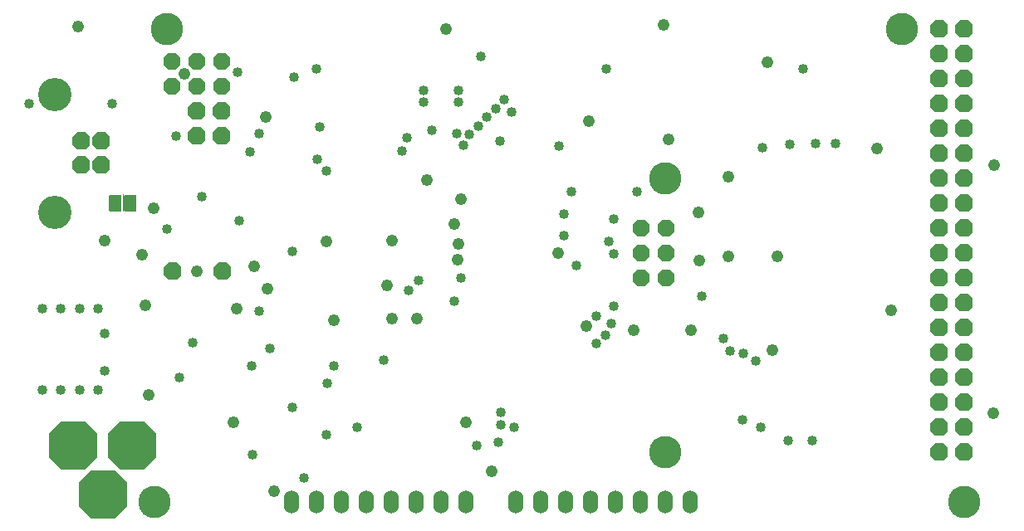
<source format=gbs>
G04*
G04 #@! TF.GenerationSoftware,Altium Limited,Altium Designer,24.1.2 (44)*
G04*
G04 Layer_Color=16711935*
%FSLAX25Y25*%
%MOIN*%
G70*
G04*
G04 #@! TF.SameCoordinates,648C5357-8596-4598-863F-5FE4D4354F98*
G04*
G04*
G04 #@! TF.FilePolarity,Negative*
G04*
G01*
G75*
G04:AMPARAMS|DCode=68|XSize=50mil|YSize=67mil|CornerRadius=3.84mil|HoleSize=0mil|Usage=FLASHONLY|Rotation=0.000|XOffset=0mil|YOffset=0mil|HoleType=Round|Shape=RoundedRectangle|*
%AMROUNDEDRECTD68*
21,1,0.05000,0.05932,0,0,0.0*
21,1,0.04232,0.06700,0,0,0.0*
1,1,0.00768,0.02116,-0.02966*
1,1,0.00768,-0.02116,-0.02966*
1,1,0.00768,-0.02116,0.02966*
1,1,0.00768,0.02116,0.02966*
%
%ADD68ROUNDEDRECTD68*%
G04:AMPARAMS|DCode=76|XSize=194mil|YSize=194mil|CornerRadius=0mil|HoleSize=0mil|Usage=FLASHONLY|Rotation=90.000|XOffset=0mil|YOffset=0mil|HoleType=Round|Shape=Octagon|*
%AMOCTAGOND76*
4,1,8,0.04850,0.09700,-0.04850,0.09700,-0.09700,0.04850,-0.09700,-0.04850,-0.04850,-0.09700,0.04850,-0.09700,0.09700,-0.04850,0.09700,0.04850,0.04850,0.09700,0.0*
%
%ADD76OCTAGOND76*%

%ADD77C,0.08668*%
%ADD78O,0.06000X0.09360*%
%ADD79C,0.12998*%
G04:AMPARAMS|DCode=80|XSize=70mil|YSize=70mil|CornerRadius=0mil|HoleSize=0mil|Usage=FLASHONLY|Rotation=270.000|XOffset=0mil|YOffset=0mil|HoleType=Round|Shape=Octagon|*
%AMOCTAGOND80*
4,1,8,-0.01750,-0.03500,0.01750,-0.03500,0.03500,-0.01750,0.03500,0.01750,0.01750,0.03500,-0.01750,0.03500,-0.03500,0.01750,-0.03500,-0.01750,-0.01750,-0.03500,0.0*
%
%ADD80OCTAGOND80*%

G04:AMPARAMS|DCode=81|XSize=65.02mil|YSize=65.02mil|CornerRadius=0mil|HoleSize=0mil|Usage=FLASHONLY|Rotation=180.000|XOffset=0mil|YOffset=0mil|HoleType=Round|Shape=Octagon|*
%AMOCTAGOND81*
4,1,8,-0.03251,0.01626,-0.03251,-0.01626,-0.01626,-0.03251,0.01626,-0.03251,0.03251,-0.01626,0.03251,0.01626,0.01626,0.03251,-0.01626,0.03251,-0.03251,0.01626,0.0*
%
%ADD81OCTAGOND81*%

%ADD82C,0.13391*%
G04:AMPARAMS|DCode=83|XSize=65.02mil|YSize=65.02mil|CornerRadius=0mil|HoleSize=0mil|Usage=FLASHONLY|Rotation=270.000|XOffset=0mil|YOffset=0mil|HoleType=Round|Shape=Octagon|*
%AMOCTAGOND83*
4,1,8,-0.01626,-0.03251,0.01626,-0.03251,0.03251,-0.01626,0.03251,0.01626,0.01626,0.03251,-0.01626,0.03251,-0.03251,0.01626,-0.03251,-0.01626,-0.01626,-0.03251,0.0*
%
%ADD83OCTAGOND83*%

%ADD84C,0.04000*%
%ADD85C,0.04800*%
G36*
X42301Y133650D02*
Y126450D01*
X42901D01*
Y133650D01*
X42301D01*
D02*
G37*
D68*
X45601Y130050D02*
D03*
X39601D02*
D03*
D76*
X34301Y13050D02*
D03*
X46101Y32750D02*
D03*
X22501D02*
D03*
D77*
X37301Y13050D02*
D03*
X31301D02*
D03*
X22501Y29750D02*
D03*
Y35750D02*
D03*
X46101Y29750D02*
D03*
Y35750D02*
D03*
D78*
X200101Y10050D02*
D03*
X210101D02*
D03*
X220101D02*
D03*
X230101D02*
D03*
X240101D02*
D03*
X250101D02*
D03*
X260101D02*
D03*
X270101D02*
D03*
X180101D02*
D03*
X170101D02*
D03*
X160101D02*
D03*
X150101D02*
D03*
X140101D02*
D03*
X130101D02*
D03*
X120101D02*
D03*
X110101D02*
D03*
D79*
X260101Y30050D02*
D03*
Y140050D02*
D03*
X55101Y10050D02*
D03*
X355101Y200050D02*
D03*
X60101D02*
D03*
X380101Y10050D02*
D03*
D80*
Y30050D02*
D03*
X370101D02*
D03*
X380101Y40050D02*
D03*
X370101D02*
D03*
X380101Y50050D02*
D03*
X370101D02*
D03*
X380101Y60050D02*
D03*
X370101D02*
D03*
X380101Y70050D02*
D03*
X370101D02*
D03*
X380101Y80050D02*
D03*
X370101D02*
D03*
X380101Y90050D02*
D03*
X370101D02*
D03*
X380101Y100050D02*
D03*
X370101D02*
D03*
X380101Y110050D02*
D03*
X370101D02*
D03*
X380101Y120050D02*
D03*
X370101D02*
D03*
X380101Y130050D02*
D03*
X370101D02*
D03*
X380101Y140050D02*
D03*
X370101D02*
D03*
X380101Y150050D02*
D03*
X370101D02*
D03*
X380101Y160050D02*
D03*
X370101D02*
D03*
X380101Y170050D02*
D03*
X370101D02*
D03*
X380101Y180050D02*
D03*
X370101D02*
D03*
X380101Y190050D02*
D03*
X370101D02*
D03*
X380101Y200050D02*
D03*
X370101D02*
D03*
X72101Y167050D02*
D03*
X82101D02*
D03*
X72101Y157050D02*
D03*
X82101D02*
D03*
X62601Y102550D02*
D03*
X82601D02*
D03*
X25770Y145129D02*
D03*
Y154971D02*
D03*
X33644D02*
D03*
Y145129D02*
D03*
D81*
X62101Y177050D02*
D03*
Y187050D02*
D03*
X72101Y177050D02*
D03*
Y187050D02*
D03*
X82101Y177050D02*
D03*
Y187050D02*
D03*
D82*
X15101Y126428D02*
D03*
Y173672D02*
D03*
D83*
X260601Y100050D02*
D03*
X250601D02*
D03*
X260601Y110050D02*
D03*
X250601D02*
D03*
X260601Y120050D02*
D03*
X250601D02*
D03*
D84*
X163201Y175350D02*
D03*
Y170650D02*
D03*
X194000Y41000D02*
D03*
Y46000D02*
D03*
X179169Y153263D02*
D03*
X38101Y170050D02*
D03*
X88601Y182550D02*
D03*
X65101Y60050D02*
D03*
X63851Y156800D02*
D03*
X121601Y160550D02*
D03*
X237601Y114550D02*
D03*
X238601Y81550D02*
D03*
X236101Y77050D02*
D03*
X239601Y88550D02*
D03*
X232601Y73550D02*
D03*
Y84550D02*
D03*
X178101Y100050D02*
D03*
X219601Y125550D02*
D03*
Y117050D02*
D03*
X283601Y75550D02*
D03*
X286101Y70550D02*
D03*
X93601Y150550D02*
D03*
X101601Y71550D02*
D03*
X156501Y156350D02*
D03*
X120601Y147550D02*
D03*
X124101Y143050D02*
D03*
X154501Y150950D02*
D03*
X186101Y189050D02*
D03*
X161101Y99050D02*
D03*
X291101Y43050D02*
D03*
X298601Y40050D02*
D03*
X199601Y39912D02*
D03*
X157101Y95050D02*
D03*
X319101Y34550D02*
D03*
X193101Y34050D02*
D03*
X175601Y90550D02*
D03*
X177001Y170650D02*
D03*
X296601Y66550D02*
D03*
X320601Y154050D02*
D03*
X177001Y175350D02*
D03*
X310101Y153550D02*
D03*
X291601Y69550D02*
D03*
X97101Y86550D02*
D03*
X136601Y40050D02*
D03*
X198601Y166550D02*
D03*
X193901Y155050D02*
D03*
X195601Y171550D02*
D03*
X192101Y168050D02*
D03*
X188601Y164550D02*
D03*
X181601Y157550D02*
D03*
X185101Y161050D02*
D03*
X120101Y184050D02*
D03*
X236601D02*
D03*
X315601D02*
D03*
X299164Y152113D02*
D03*
X94601Y29050D02*
D03*
X4901Y169850D02*
D03*
X124101Y37050D02*
D03*
X184570Y32582D02*
D03*
X309601Y34550D02*
D03*
X110601Y48050D02*
D03*
X111101Y180550D02*
D03*
X166601Y159150D02*
D03*
X147101Y67050D02*
D03*
X70601Y74050D02*
D03*
X74201Y132650D02*
D03*
X274901Y92750D02*
D03*
X239601Y109550D02*
D03*
X176601Y158050D02*
D03*
X127101Y64550D02*
D03*
X217601Y153050D02*
D03*
X239601Y123550D02*
D03*
X60101Y119550D02*
D03*
X94101Y64550D02*
D03*
X97101Y158050D02*
D03*
X110601Y110550D02*
D03*
X89101Y123050D02*
D03*
X32601Y55050D02*
D03*
X35101Y62550D02*
D03*
X17601Y55050D02*
D03*
X25101D02*
D03*
X10101D02*
D03*
X35101Y77550D02*
D03*
X10101Y87550D02*
D03*
X32601D02*
D03*
X17601D02*
D03*
X25101D02*
D03*
X224601Y105050D02*
D03*
X248701Y134450D02*
D03*
X222501Y134550D02*
D03*
X328601Y154050D02*
D03*
X124601Y57550D02*
D03*
X115101Y19550D02*
D03*
D85*
X24601Y200950D02*
D03*
X180101Y41961D02*
D03*
X88101Y87550D02*
D03*
X127001Y82850D02*
D03*
X273801Y106950D02*
D03*
X261301Y155550D02*
D03*
X54901Y127850D02*
D03*
X172038Y200050D02*
D03*
X259501Y201450D02*
D03*
X391738Y45450D02*
D03*
X247533Y78990D02*
D03*
X273536Y126418D02*
D03*
X72001Y102550D02*
D03*
X285401Y108650D02*
D03*
X392038Y145250D02*
D03*
X303101Y71082D02*
D03*
X305101Y108450D02*
D03*
X148601Y97050D02*
D03*
X50201Y109250D02*
D03*
X228401Y80550D02*
D03*
X99701Y164550D02*
D03*
X95101Y104550D02*
D03*
X51501Y88850D02*
D03*
X103201Y14150D02*
D03*
X190601Y22361D02*
D03*
X176901Y107150D02*
D03*
X301001Y186450D02*
D03*
X229601Y163050D02*
D03*
X100601Y95550D02*
D03*
X67101Y182050D02*
D03*
X160601Y83750D02*
D03*
X52801Y53050D02*
D03*
X86701Y42050D02*
D03*
X285501Y140650D02*
D03*
X350701Y87050D02*
D03*
X345101Y152050D02*
D03*
X150301Y114913D02*
D03*
X124001Y114750D02*
D03*
X178101Y131550D02*
D03*
X177001Y113650D02*
D03*
X150401Y83750D02*
D03*
X270555Y78990D02*
D03*
X217101Y110050D02*
D03*
X164301Y139250D02*
D03*
X35101Y115050D02*
D03*
X175601Y121550D02*
D03*
M02*

</source>
